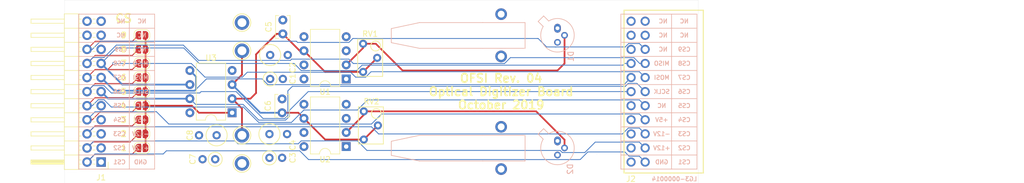
<source format=kicad_pcb>
(kicad_pcb (version 20171130) (host pcbnew "(5.1.2)-1")
  (layers (0 F.Cu signal hide) (1 In1.Cu power hide) (2 In2.Cu power hide) (31 B.Cu signal hide) (34 B.Paste user) (35 F.Paste user) (36 B.SilkS user) (37 F.SilkS user) (38 B.Mask user) (39 F.Mask user hide) (44 Edge.Cuts user))
  (net 0 "")
  (net 1 +5V)
  (net 2 GND)
  (net 3 "Net-(C5-Pad1)")
  (net 4 "Net-(C6-Pad1)")
  (net 5 "Net-(D1-Pad2)")
  (net 6 "Net-(D2-Pad2)")
  (net 7 CS9)
  (net 8 CS8)
  (net 9 MISO)
  (net 10 CS7)
  (net 11 MOSI)
  (net 12 CS6)
  (net 13 SCLK)
  (net 14 CS5)
  (net 15 CS4)
  (net 16 CS3)
  (net 17 -12V)
  (net 18 CS2)
  (net 19 +12V)
  (net 20 CS1)
  (net 21 CS)
  (module lib_fp:2.54x4.32CAP (layer F.Cu) (at 113.284 133.604 270)
    (fp_text reference C1 (at 0 -4.064 90) (layer F.SilkS))
    (fp_text value 0.1uF)
    (pad 2 thru_hole circle (at 0 -2.286 270) (size 1.485 1.485) (drill 0.785) (layers *.Cu *.Mask) (net 1 +5V))
    (pad 1 thru_hole circle (at 0 0 270) (size 1.485 1.485) (drill 0.785) (layers *.Cu *.Mask) (net 2 GND))
  )
  (module lib_fp:3.81x10.16CAP (layer F.Cu) (at 113.284 129.286 270)
    (fp_text reference C2 (at 2.286 -4.064 90) (layer F.SilkS))
    (fp_text value 1uF)
    (pad 1 thru_hole circle (at 0 0 270) (size 1.485 1.485) (drill 0.785) (layers *.Cu *.Mask) (net 2 GND))
    (pad 2 thru_hole circle (at 0 -3.175 270) (size 1.485 1.485) (drill 0.785) (layers *.Cu *.Mask) (net 1 +5V))
  )
  (module lib_fp:2.54x4.32CAP (layer F.Cu) (at 113.157 147.828 270)
    (fp_text reference C3 (at 0 -4.191 270) (layer F.SilkS))
    (fp_text value 0.1uF)
    (pad 1 thru_hole circle (at 0 0 270) (size 1.485 1.485) (drill 0.785) (layers *.Cu *.Mask) (net 2 GND))
    (pad 2 thru_hole circle (at 0 -2.286 270) (size 1.485 1.485) (drill 0.785) (layers *.Cu *.Mask) (net 1 +5V))
  )
  (module lib_fp:3.81x10.16CAP (layer F.Cu) (at 113.157 143.546001 270)
    (fp_text reference C4 (at 1.995999 -4.191 90) (layer F.SilkS))
    (fp_text value 1uF)
    (pad 2 thru_hole circle (at 0 -3.175 270) (size 1.485 1.485) (drill 0.785) (layers *.Cu *.Mask) (net 1 +5V))
    (pad 1 thru_hole circle (at 0 0 270) (size 1.485 1.485) (drill 0.785) (layers *.Cu *.Mask) (net 2 GND))
  )
  (module Capacitors_THT:C_Rect_L4.0mm_W2.5mm_P2.50mm (layer F.Cu) (at 115.57 125.476 90)
    (fp_text reference C5 (at 1.25 -2.56 90) (layer F.SilkS))
    (fp_text value 1pF)
    (pad 1 thru_hole circle (at 0 0 90) (size 1.6 1.6) (drill 0.8) (layers *.Cu *.Mask) (net 3 "Net-(C5-Pad1)"))
    (pad 2 thru_hole circle (at 2.5 0 90) (size 1.6 1.6) (drill 0.8) (layers *.Cu *.Mask) (net 2 GND))
  )
  (module Capacitors_THT:C_Rect_L4.0mm_W2.5mm_P2.50mm (layer F.Cu) (at 115.443 139.7 90)
    (fp_text reference C6 (at 1.25 -2.56 90) (layer F.SilkS))
    (fp_text value 1pF)
    (pad 2 thru_hole circle (at 2.5 0 90) (size 1.6 1.6) (drill 0.8) (layers *.Cu *.Mask) (net 2 GND))
    (pad 1 thru_hole circle (at 0 0 90) (size 1.6 1.6) (drill 0.8) (layers *.Cu *.Mask) (net 4 "Net-(C6-Pad1)"))
  )
  (module lib_fp:2.54x4.32CAP (layer F.Cu) (at 103.378 148.082 90)
    (fp_text reference C7 (at 0 -4.064 90) (layer F.SilkS))
    (fp_text value 0.1uF)
    (pad 1 thru_hole circle (at 0 0 90) (size 1.485 1.485) (drill 0.785) (layers *.Cu *.Mask) (net 2 GND))
    (pad 2 thru_hole circle (at 0 -2.286 90) (size 1.485 1.485) (drill 0.785) (layers *.Cu *.Mask) (net 1 +5V))
  )
  (module lib_fp:3.81x10.16CAP (layer F.Cu) (at 103.632 143.764 90)
    (fp_text reference C8 (at 0 -4.826 90) (layer F.SilkS))
    (fp_text value 1uF)
    (pad 1 thru_hole circle (at 0 0 90) (size 1.485 1.485) (drill 0.785) (layers *.Cu *.Mask) (net 2 GND))
    (pad 2 thru_hole circle (at 0 -3.175 90) (size 1.485 1.485) (drill 0.785) (layers *.Cu *.Mask) (net 1 +5V))
  )
  (module lib_fp:PhotoDiode (layer B.Cu) (at 165.1 124.46 270)
    (fp_text reference D1 (at 5.08 -2.413 270) (layer B.SilkS) (effects (justify mirror)))
    (fp_text value PhotoDiode)
    (pad 3 thru_hole oval (at 2.54 0 270) (size 1.2 1.2) (drill 0.7) (layers *.Cu *.Mask) (net 2 GND))
    (pad 2 thru_hole oval (at 1.27 -1.27 270) (size 1.2 1.2) (drill 0.7) (layers *.Cu *.Mask) (net 5 "Net-(D1-Pad2)"))
    (pad 1 thru_hole oval (at 0 0 270) (size 1.6 1.2) (drill 0.7) (layers *.Cu *.Mask) (net 2 GND))
    (pad 4 thru_hole circle (at -2.54 10.16 270) (size 2.1 2.1) (drill 1.25) (layers *.Cu *.Mask) (net 2 GND))
    (pad 5 thru_hole circle (at 5.08 10.16 270) (size 2.1 2.1) (drill 1.25) (layers *.Cu *.Mask) (net 2 GND))
  )
  (module lib_fp:PhotoDiode (layer B.Cu) (at 165.1 144.78 270)
    (fp_text reference D2 (at 5.08 -2.286 90) (layer B.SilkS) (effects (justify mirror)))
    (fp_text value PhotoDiode)
    (pad 5 thru_hole circle (at 5.08 10.16 270) (size 2.1 2.1) (drill 1.25) (layers *.Cu *.Mask) (net 2 GND))
    (pad 4 thru_hole circle (at -2.54 10.16 270) (size 2.1 2.1) (drill 1.25) (layers *.Cu *.Mask) (net 2 GND))
    (pad 1 thru_hole oval (at 0 0 270) (size 1.6 1.2) (drill 0.7) (layers *.Cu *.Mask) (net 2 GND))
    (pad 2 thru_hole oval (at 1.27 -1.27 270) (size 1.2 1.2) (drill 0.7) (layers *.Cu *.Mask) (net 6 "Net-(D2-Pad2)"))
    (pad 3 thru_hole oval (at 2.54 0 270) (size 1.2 1.2) (drill 0.7) (layers *.Cu *.Mask) (net 2 GND))
  )
  (module Mounting_Holes:MountingHole_3.2mm_M3_DIN965 (layer F.Cu) (at 95.25 123.19)
    (fp_text reference H1 hide)
    (fp_text value MountingHole)
    (pad 1 np_thru_hole circle (at 0 0) (size 3.2 3.2) (drill 3.2) (layers *.Cu *.Mask))
  )
  (module Mounting_Holes:MountingHole_3.2mm_M3_DIN965 (layer F.Cu) (at 171.45 123.19)
    (fp_text reference H2 hide)
    (fp_text value MountingHole)
    (pad 1 np_thru_hole circle (at 0 0) (size 3.2 3.2) (drill 3.2) (layers *.Cu *.Mask))
  )
  (module Mounting_Holes:MountingHole_3.2mm_M3_DIN965 (layer F.Cu) (at 171.45 148.59)
    (fp_text reference H3 hide)
    (fp_text value MountingHole)
    (pad 1 np_thru_hole circle (at 0 0) (size 3.2 3.2) (drill 3.2) (layers *.Cu *.Mask))
  )
  (module Mounting_Holes:MountingHole_3.2mm_M3_DIN965 (layer F.Cu) (at 95.25 148.59)
    (fp_text reference H4 hide)
    (fp_text value MountingHole)
    (pad 1 np_thru_hole circle (at 0 0) (size 3.2 3.2) (drill 3.2) (layers *.Cu *.Mask))
  )
  (module Pin_Headers:Pin_Header_Angled_2x11_Pitch2.54mm (layer F.Cu) (at 82.804 148.59 180)
    (fp_text reference J1 (at 0 -2.794) (layer F.SilkS))
    (fp_text value "Female Input Connector")
    (pad 22 thru_hole oval (at 2.54 25.4 180) (size 1.7 1.7) (drill 1) (layers *.Cu *.Mask))
    (pad 21 thru_hole oval (at 0 25.4 180) (size 1.7 1.7) (drill 1) (layers *.Cu *.Mask))
    (pad 20 thru_hole oval (at 2.54 22.86 180) (size 1.7 1.7) (drill 1) (layers *.Cu *.Mask))
    (pad 19 thru_hole oval (at 0 22.86 180) (size 1.7 1.7) (drill 1) (layers *.Cu *.Mask))
    (pad 18 thru_hole oval (at 2.54 20.32 180) (size 1.7 1.7) (drill 1) (layers *.Cu *.Mask) (net 7 CS9))
    (pad 17 thru_hole oval (at 0 20.32 180) (size 1.7 1.7) (drill 1) (layers *.Cu *.Mask))
    (pad 16 thru_hole oval (at 2.54 17.78 180) (size 1.7 1.7) (drill 1) (layers *.Cu *.Mask) (net 8 CS8))
    (pad 15 thru_hole oval (at 0 17.78 180) (size 1.7 1.7) (drill 1) (layers *.Cu *.Mask) (net 9 MISO))
    (pad 14 thru_hole oval (at 2.54 15.24 180) (size 1.7 1.7) (drill 1) (layers *.Cu *.Mask) (net 10 CS7))
    (pad 13 thru_hole oval (at 0 15.24 180) (size 1.7 1.7) (drill 1) (layers *.Cu *.Mask) (net 11 MOSI))
    (pad 12 thru_hole oval (at 2.54 12.7 180) (size 1.7 1.7) (drill 1) (layers *.Cu *.Mask) (net 12 CS6))
    (pad 11 thru_hole oval (at 0 12.7 180) (size 1.7 1.7) (drill 1) (layers *.Cu *.Mask) (net 13 SCLK))
    (pad 10 thru_hole oval (at 2.54 10.16 180) (size 1.7 1.7) (drill 1) (layers *.Cu *.Mask) (net 14 CS5))
    (pad 9 thru_hole oval (at 0 10.16 180) (size 1.7 1.7) (drill 1) (layers *.Cu *.Mask))
    (pad 8 thru_hole oval (at 2.54 7.62 180) (size 1.7 1.7) (drill 1) (layers *.Cu *.Mask) (net 15 CS4))
    (pad 7 thru_hole oval (at 0 7.62 180) (size 1.7 1.7) (drill 1) (layers *.Cu *.Mask) (net 1 +5V))
    (pad 6 thru_hole oval (at 2.54 5.08 180) (size 1.7 1.7) (drill 1) (layers *.Cu *.Mask) (net 16 CS3))
    (pad 5 thru_hole oval (at 0 5.08 180) (size 1.7 1.7) (drill 1) (layers *.Cu *.Mask) (net 17 -12V))
    (pad 4 thru_hole oval (at 2.54 2.54 180) (size 1.7 1.7) (drill 1) (layers *.Cu *.Mask) (net 18 CS2))
    (pad 3 thru_hole oval (at 0 2.54 180) (size 1.7 1.7) (drill 1) (layers *.Cu *.Mask) (net 19 +12V))
    (pad 2 thru_hole oval (at 2.54 0 180) (size 1.7 1.7) (drill 1) (layers *.Cu *.Mask) (net 20 CS1))
    (pad 1 thru_hole rect (at 0 0 180) (size 1.7 1.7) (drill 1) (layers *.Cu *.Mask) (net 2 GND))
  )
  (module lib_fp:SolderJumper-2_P1.3mm_Open_RoundedPad1.0x1.5mm (layer F.Cu) (at 90.17 146.05 180)
    (fp_text reference JP1 hide)
    (fp_text value "Select CS")
    (pad 2 smd custom (at 0.65 0 180) (size 1 0.5) (layers F.Cu F.Mask) (net 20 CS1) (options (clearance outline) (anchor rect)) (primitives (gr_circle (center 0 0.25) (end 0.5 0.25) (width 0)) (gr_circle (center 0 -0.25) (end 0.5 -0.25) (width 0)) (gr_poly (pts (xy 0 -0.75) (xy -0.5 -0.75) (xy -0.5 0.75) (xy 0 0.75)) (width 0))))
    (pad 1 smd custom (at -0.65 0 180) (size 1 0.5) (layers F.Cu F.Mask) (net 21 CS) (options (clearance outline) (anchor rect)) (primitives (gr_circle (center 0 0.25) (end 0.5 0.25) (width 0)) (gr_circle (center 0 -0.25) (end 0.5 -0.25) (width 0)) (gr_poly (pts (xy 0 -0.75) (xy 0.5 -0.75) (xy 0.5 0.75) (xy 0 0.75)) (width 0))))
  )
  (module lib_fp:SolderJumper-2_P1.3mm_Open_RoundedPad1.0x1.5mm (layer F.Cu) (at 90.17 143.51 180)
    (fp_text reference JP2 hide)
    (fp_text value "Select CS")
    (pad 1 smd custom (at -0.65 0 180) (size 1 0.5) (layers F.Cu F.Mask) (net 21 CS) (options (clearance outline) (anchor rect)) (primitives (gr_circle (center 0 0.25) (end 0.5 0.25) (width 0)) (gr_circle (center 0 -0.25) (end 0.5 -0.25) (width 0)) (gr_poly (pts (xy 0 -0.75) (xy 0.5 -0.75) (xy 0.5 0.75) (xy 0 0.75)) (width 0))))
    (pad 2 smd custom (at 0.65 0 180) (size 1 0.5) (layers F.Cu F.Mask) (net 18 CS2) (options (clearance outline) (anchor rect)) (primitives (gr_circle (center 0 0.25) (end 0.5 0.25) (width 0)) (gr_circle (center 0 -0.25) (end 0.5 -0.25) (width 0)) (gr_poly (pts (xy 0 -0.75) (xy -0.5 -0.75) (xy -0.5 0.75) (xy 0 0.75)) (width 0))))
  )
  (module lib_fp:SolderJumper-2_P1.3mm_Open_RoundedPad1.0x1.5mm (layer F.Cu) (at 90.17 140.97 180)
    (fp_text reference JP3 hide)
    (fp_text value "Select CS")
    (pad 2 smd custom (at 0.65 0 180) (size 1 0.5) (layers F.Cu F.Mask) (net 16 CS3) (options (clearance outline) (anchor rect)) (primitives (gr_circle (center 0 0.25) (end 0.5 0.25) (width 0)) (gr_circle (center 0 -0.25) (end 0.5 -0.25) (width 0)) (gr_poly (pts (xy 0 -0.75) (xy -0.5 -0.75) (xy -0.5 0.75) (xy 0 0.75)) (width 0))))
    (pad 1 smd custom (at -0.65 0 180) (size 1 0.5) (layers F.Cu F.Mask) (net 21 CS) (options (clearance outline) (anchor rect)) (primitives (gr_circle (center 0 0.25) (end 0.5 0.25) (width 0)) (gr_circle (center 0 -0.25) (end 0.5 -0.25) (width 0)) (gr_poly (pts (xy 0 -0.75) (xy 0.5 -0.75) (xy 0.5 0.75) (xy 0 0.75)) (width 0))))
  )
  (module lib_fp:SolderJumper-2_P1.3mm_Open_RoundedPad1.0x1.5mm (layer F.Cu) (at 90.17 138.43 180)
    (fp_text reference JP4 hide)
    (fp_text value "Select CS")
    (pad 1 smd custom (at -0.65 0 180) (size 1 0.5) (layers F.Cu F.Mask) (net 21 CS) (options (clearance outline) (anchor rect)) (primitives (gr_circle (center 0 0.25) (end 0.5 0.25) (width 0)) (gr_circle (center 0 -0.25) (end 0.5 -0.25) (width 0)) (gr_poly (pts (xy 0 -0.75) (xy 0.5 -0.75) (xy 0.5 0.75) (xy 0 0.75)) (width 0))))
    (pad 2 smd custom (at 0.65 0 180) (size 1 0.5) (layers F.Cu F.Mask) (net 15 CS4) (options (clearance outline) (anchor rect)) (primitives (gr_circle (center 0 0.25) (end 0.5 0.25) (width 0)) (gr_circle (center 0 -0.25) (end 0.5 -0.25) (width 0)) (gr_poly (pts (xy 0 -0.75) (xy -0.5 -0.75) (xy -0.5 0.75) (xy 0 0.75)) (width 0))))
  )
  (module lib_fp:SolderJumper-2_P1.3mm_Open_RoundedPad1.0x1.5mm (layer F.Cu) (at 90.17 135.89 180)
    (fp_text reference JP5 hide)
    (fp_text value "Select CS")
    (pad 2 smd custom (at 0.65 0 180) (size 1 0.5) (layers F.Cu F.Mask) (net 14 CS5) (options (clearance outline) (anchor rect)) (primitives (gr_circle (center 0 0.25) (end 0.5 0.25) (width 0)) (gr_circle (center 0 -0.25) (end 0.5 -0.25) (width 0)) (gr_poly (pts (xy 0 -0.75) (xy -0.5 -0.75) (xy -0.5 0.75) (xy 0 0.75)) (width 0))))
    (pad 1 smd custom (at -0.65 0 180) (size 1 0.5) (layers F.Cu F.Mask) (net 21 CS) (options (clearance outline) (anchor rect)) (primitives (gr_circle (center 0 0.25) (end 0.5 0.25) (width 0)) (gr_circle (center 0 -0.25) (end 0.5 -0.25) (width 0)) (gr_poly (pts (xy 0 -0.75) (xy 0.5 -0.75) (xy 0.5 0.75) (xy 0 0.75)) (width 0))))
  )
  (module lib_fp:SolderJumper-2_P1.3mm_Open_RoundedPad1.0x1.5mm (layer F.Cu) (at 90.17 133.35 180)
    (fp_text reference JP6 hide)
    (fp_text value "Select CS")
    (pad 1 smd custom (at -0.65 0 180) (size 1 0.5) (layers F.Cu F.Mask) (net 21 CS) (options (clearance outline) (anchor rect)) (primitives (gr_circle (center 0 0.25) (end 0.5 0.25) (width 0)) (gr_circle (center 0 -0.25) (end 0.5 -0.25) (width 0)) (gr_poly (pts (xy 0 -0.75) (xy 0.5 -0.75) (xy 0.5 0.75) (xy 0 0.75)) (width 0))))
    (pad 2 smd custom (at 0.65 0 180) (size 1 0.5) (layers F.Cu F.Mask) (net 12 CS6) (options (clearance outline) (anchor rect)) (primitives (gr_circle (center 0 0.25) (end 0.5 0.25) (width 0)) (gr_circle (center 0 -0.25) (end 0.5 -0.25) (width 0)) (gr_poly (pts (xy 0 -0.75) (xy -0.5 -0.75) (xy -0.5 0.75) (xy 0 0.75)) (width 0))))
  )
  (module lib_fp:SolderJumper-2_P1.3mm_Open_RoundedPad1.0x1.5mm (layer F.Cu) (at 90.17 130.81 180)
    (fp_text reference JP7 hide)
    (fp_text value "Select CS")
    (pad 2 smd custom (at 0.65 0 180) (size 1 0.5) (layers F.Cu F.Mask) (net 10 CS7) (options (clearance outline) (anchor rect)) (primitives (gr_circle (center 0 0.25) (end 0.5 0.25) (width 0)) (gr_circle (center 0 -0.25) (end 0.5 -0.25) (width 0)) (gr_poly (pts (xy 0 -0.75) (xy -0.5 -0.75) (xy -0.5 0.75) (xy 0 0.75)) (width 0))))
    (pad 1 smd custom (at -0.65 0 180) (size 1 0.5) (layers F.Cu F.Mask) (net 21 CS) (options (clearance outline) (anchor rect)) (primitives (gr_circle (center 0 0.25) (end 0.5 0.25) (width 0)) (gr_circle (center 0 -0.25) (end 0.5 -0.25) (width 0)) (gr_poly (pts (xy 0 -0.75) (xy 0.5 -0.75) (xy 0.5 0.75) (xy 0 0.75)) (width 0))))
  )
  (module lib_fp:SolderJumper-2_P1.3mm_Open_RoundedPad1.0x1.5mm (layer F.Cu) (at 90.17 128.27 180)
    (fp_text reference JP8 hide)
    (fp_text value "Select CS")
    (pad 1 smd custom (at -0.65 0 180) (size 1 0.5) (layers F.Cu F.Mask) (net 21 CS) (options (clearance outline) (anchor rect)) (primitives (gr_circle (center 0 0.25) (end 0.5 0.25) (width 0)) (gr_circle (center 0 -0.25) (end 0.5 -0.25) (width 0)) (gr_poly (pts (xy 0 -0.75) (xy 0.5 -0.75) (xy 0.5 0.75) (xy 0 0.75)) (width 0))))
    (pad 2 smd custom (at 0.65 0 180) (size 1 0.5) (layers F.Cu F.Mask) (net 8 CS8) (options (clearance outline) (anchor rect)) (primitives (gr_circle (center 0 0.25) (end 0.5 0.25) (width 0)) (gr_circle (center 0 -0.25) (end 0.5 -0.25) (width 0)) (gr_poly (pts (xy 0 -0.75) (xy -0.5 -0.75) (xy -0.5 0.75) (xy 0 0.75)) (width 0))))
  )
  (module lib_fp:SolderJumper-2_P1.3mm_Open_RoundedPad1.0x1.5mm (layer F.Cu) (at 90.17 125.73 180)
    (fp_text reference JP9 hide)
    (fp_text value "Select CS")
    (pad 2 smd custom (at 0.65 0 180) (size 1 0.5) (layers F.Cu F.Mask) (net 7 CS9) (options (clearance outline) (anchor rect)) (primitives (gr_circle (center 0 0.25) (end 0.5 0.25) (width 0)) (gr_circle (center 0 -0.25) (end 0.5 -0.25) (width 0)) (gr_poly (pts (xy 0 -0.75) (xy -0.5 -0.75) (xy -0.5 0.75) (xy 0 0.75)) (width 0))))
    (pad 1 smd custom (at -0.65 0 180) (size 1 0.5) (layers F.Cu F.Mask) (net 21 CS) (options (clearance outline) (anchor rect)) (primitives (gr_circle (center 0 0.25) (end 0.5 0.25) (width 0)) (gr_circle (center 0 -0.25) (end 0.5 -0.25) (width 0)) (gr_poly (pts (xy 0 -0.75) (xy 0.5 -0.75) (xy 0.5 0.75) (xy 0 0.75)) (width 0))))
  )
  (module lib_fp:3266W (layer F.Cu) (at 131.318 129.794 270)
    (fp_text reference RV1 (at -4.318 0 180) (layer F.SilkS))
    (fp_text value 100k)
    (pad 1 thru_hole circle (at -2.54 1.27 270) (size 1.44 1.44) (drill 0.74) (layers *.Cu *.Mask) (net 5 "Net-(D1-Pad2)"))
    (pad 2 thru_hole circle (at 0 -1.27 270) (size 1.44 1.44) (drill 0.74) (layers *.Cu *.Mask) (net 3 "Net-(C5-Pad1)"))
    (pad 3 thru_hole circle (at 2.54 1.27 270) (size 1.44 1.44) (drill 0.74) (layers *.Cu *.Mask) (net 3 "Net-(C5-Pad1)"))
  )
  (module lib_fp:3266W (layer F.Cu) (at 131.445 141.986 270)
    (fp_text reference RV2 (at -4.318 -0.127 180) (layer F.SilkS))
    (fp_text value 100k)
    (pad 3 thru_hole circle (at 2.54 1.27 270) (size 1.44 1.44) (drill 0.74) (layers *.Cu *.Mask) (net 4 "Net-(C6-Pad1)"))
    (pad 2 thru_hole circle (at 0 -1.27 270) (size 1.44 1.44) (drill 0.74) (layers *.Cu *.Mask) (net 4 "Net-(C6-Pad1)"))
    (pad 1 thru_hole circle (at -2.54 1.27 270) (size 1.44 1.44) (drill 0.74) (layers *.Cu *.Mask) (net 6 "Net-(D2-Pad2)"))
  )
  (module lib_fp:5006_TestPoint (layer F.Cu) (at 108.204 123.444 270)
    (fp_text reference TP1 hide)
    (fp_text value TestPoint)
    (pad 1 thru_hole circle (at 0 0 270) (size 2.6 2.6) (drill 1.6) (layers *.Cu *.Mask) (net 1 +5V))
  )
  (module lib_fp:5006_TestPoint (layer F.Cu) (at 108.204 148.844 270)
    (fp_text reference TP2 hide)
    (fp_text value TestPoint)
    (pad 1 thru_hole circle (at 0 0 270) (size 2.6 2.6) (drill 1.6) (layers *.Cu *.Mask) (net 2 GND))
  )
  (module lib_fp:5006_TestPoint (layer F.Cu) (at 108.204 143.764 270)
    (fp_text reference TP3 hide)
    (fp_text value TestPoint)
    (pad 1 thru_hole circle (at 0 0 270) (size 2.6 2.6) (drill 1.6) (layers *.Cu *.Mask) (net 3 "Net-(C5-Pad1)"))
  )
  (module lib_fp:5006_TestPoint (layer F.Cu) (at 108.204 128.524 270)
    (fp_text reference TP4 hide)
    (fp_text value TestPoint)
    (pad 1 thru_hole circle (at 0 0 270) (size 2.6 2.6) (drill 1.6) (layers *.Cu *.Mask) (net 4 "Net-(C6-Pad1)"))
  )
  (module Housings_DIP:DIP-8_W7.62mm (layer F.Cu) (at 127 133.604 180)
    (fp_text reference U1 (at 3.81 -2.33) (layer F.SilkS))
    (fp_text value OPA350)
    (pad 8 thru_hole oval (at 7.62 0 180) (size 1.6 1.6) (drill 0.8) (layers *.Cu *.Mask))
    (pad 4 thru_hole oval (at 0 7.62 180) (size 1.6 1.6) (drill 0.8) (layers *.Cu *.Mask) (net 2 GND))
    (pad 7 thru_hole oval (at 7.62 2.54 180) (size 1.6 1.6) (drill 0.8) (layers *.Cu *.Mask) (net 1 +5V))
    (pad 3 thru_hole oval (at 0 5.08 180) (size 1.6 1.6) (drill 0.8) (layers *.Cu *.Mask) (net 2 GND))
    (pad 6 thru_hole oval (at 7.62 5.08 180) (size 1.6 1.6) (drill 0.8) (layers *.Cu *.Mask) (net 3 "Net-(C5-Pad1)"))
    (pad 2 thru_hole oval (at 0 2.54 180) (size 1.6 1.6) (drill 0.8) (layers *.Cu *.Mask) (net 5 "Net-(D1-Pad2)"))
    (pad 5 thru_hole oval (at 7.62 7.62 180) (size 1.6 1.6) (drill 0.8) (layers *.Cu *.Mask))
    (pad 1 thru_hole rect (at 0 0 180) (size 1.6 1.6) (drill 0.8) (layers *.Cu *.Mask))
  )
  (module Housings_DIP:DIP-8_W7.62mm (layer F.Cu) (at 127 145.796 180)
    (fp_text reference U2 (at 3.81 -2.33) (layer F.SilkS))
    (fp_text value OPA350)
    (pad 1 thru_hole rect (at 0 0 180) (size 1.6 1.6) (drill 0.8) (layers *.Cu *.Mask))
    (pad 5 thru_hole oval (at 7.62 7.62 180) (size 1.6 1.6) (drill 0.8) (layers *.Cu *.Mask))
    (pad 2 thru_hole oval (at 0 2.54 180) (size 1.6 1.6) (drill 0.8) (layers *.Cu *.Mask) (net 6 "Net-(D2-Pad2)"))
    (pad 6 thru_hole oval (at 7.62 5.08 180) (size 1.6 1.6) (drill 0.8) (layers *.Cu *.Mask) (net 4 "Net-(C6-Pad1)"))
    (pad 3 thru_hole oval (at 0 5.08 180) (size 1.6 1.6) (drill 0.8) (layers *.Cu *.Mask) (net 2 GND))
    (pad 7 thru_hole oval (at 7.62 2.54 180) (size 1.6 1.6) (drill 0.8) (layers *.Cu *.Mask) (net 1 +5V))
    (pad 4 thru_hole oval (at 0 7.62 180) (size 1.6 1.6) (drill 0.8) (layers *.Cu *.Mask) (net 2 GND))
    (pad 8 thru_hole oval (at 7.62 0 180) (size 1.6 1.6) (drill 0.8) (layers *.Cu *.Mask))
  )
  (module Housings_DIP:DIP-8_W7.62mm (layer F.Cu) (at 106.426 139.7 180)
    (fp_text reference U3 (at 3.81 9.906) (layer F.SilkS))
    (fp_text value MCP3202)
    (pad 8 thru_hole oval (at 7.62 0 180) (size 1.6 1.6) (drill 0.8) (layers *.Cu *.Mask) (net 1 +5V))
    (pad 4 thru_hole oval (at 0 7.62 180) (size 1.6 1.6) (drill 0.8) (layers *.Cu *.Mask) (net 2 GND))
    (pad 7 thru_hole oval (at 7.62 2.54 180) (size 1.6 1.6) (drill 0.8) (layers *.Cu *.Mask) (net 13 SCLK))
    (pad 3 thru_hole oval (at 0 5.08 180) (size 1.6 1.6) (drill 0.8) (layers *.Cu *.Mask) (net 4 "Net-(C6-Pad1)"))
    (pad 6 thru_hole oval (at 7.62 5.08 180) (size 1.6 1.6) (drill 0.8) (layers *.Cu *.Mask) (net 9 MISO))
    (pad 2 thru_hole oval (at 0 2.54 180) (size 1.6 1.6) (drill 0.8) (layers *.Cu *.Mask) (net 3 "Net-(C5-Pad1)"))
    (pad 5 thru_hole oval (at 7.62 7.62 180) (size 1.6 1.6) (drill 0.8) (layers *.Cu *.Mask) (net 11 MOSI))
    (pad 1 thru_hole rect (at 0 0 180) (size 1.6 1.6) (drill 0.8) (layers *.Cu *.Mask) (net 21 CS))
  )
  (module lib_fp:SAMTEC-SSW-111-02-X-D-RA (layer F.Cu) (at 186.69 135.89 270)
    (fp_text reference J2 (at 15.748 8.3455 180) (layer F.SilkS) (effects (font (size 0.999998 0.999998) (thickness 0.14986))))
    (fp_text value "Male Output Connector" hide)
    (fp_text user 2.540 (at -19.266 7.176 90) (layer Edge.Cuts) (effects (font (thickness 0.05))))
    (fp_text user 8.509 (at -21.107 0.127 90) (layer Edge.Cuts) (effects (font (thickness 0.05))))
    (fp_text user 2.540 (at -15.329 10.795 90) (layer Edge.Cuts) (effects (font (thickness 0.05))))
    (fp_text user 25.400 (at -0.8 11.811 90) (layer Edge.Cuts) (effects (font (thickness 0.05))))
    (fp_text user 28.448 (at -0.8 8.446 90) (layer Edge.Cuts) (effects (font (thickness 0.05))))
    (pad 22 thru_hole circle (at -12.7 5.778 270) (size 1.64 1.64) (drill 1.04) (layers *.Cu *.Mask))
    (pad 21 thru_hole circle (at -12.7 8.318 270) (size 1.64 1.64) (drill 1.04) (layers *.Cu *.Mask))
    (pad 20 thru_hole circle (at -10.16 5.778 270) (size 1.64 1.64) (drill 1.04) (layers *.Cu *.Mask))
    (pad 19 thru_hole circle (at -10.16 8.318 270) (size 1.64 1.64) (drill 1.04) (layers *.Cu *.Mask))
    (pad 18 thru_hole circle (at -7.62 5.778 270) (size 1.64 1.64) (drill 1.04) (layers *.Cu *.Mask) (net 7 CS9))
    (pad 17 thru_hole circle (at -7.62 8.318 270) (size 1.64 1.64) (drill 1.04) (layers *.Cu *.Mask))
    (pad 16 thru_hole circle (at -5.08 5.778 270) (size 1.64 1.64) (drill 1.04) (layers *.Cu *.Mask) (net 8 CS8))
    (pad 15 thru_hole circle (at -5.08 8.318 270) (size 1.64 1.64) (drill 1.04) (layers *.Cu *.Mask) (net 9 MISO))
    (pad 14 thru_hole circle (at -2.54 5.778 270) (size 1.64 1.64) (drill 1.04) (layers *.Cu *.Mask) (net 10 CS7))
    (pad 13 thru_hole circle (at -2.54 8.318 270) (size 1.64 1.64) (drill 1.04) (layers *.Cu *.Mask) (net 11 MOSI))
    (pad 12 thru_hole circle (at 0 5.778 270) (size 1.64 1.64) (drill 1.04) (layers *.Cu *.Mask) (net 12 CS6))
    (pad 11 thru_hole circle (at 0 8.318 270) (size 1.64 1.64) (drill 1.04) (layers *.Cu *.Mask) (net 13 SCLK))
    (pad 10 thru_hole circle (at 2.54 5.778 270) (size 1.64 1.64) (drill 1.04) (layers *.Cu *.Mask) (net 14 CS5))
    (pad 9 thru_hole circle (at 2.54 8.318 270) (size 1.64 1.64) (drill 1.04) (layers *.Cu *.Mask))
    (pad 8 thru_hole circle (at 5.08 5.778 270) (size 1.64 1.64) (drill 1.04) (layers *.Cu *.Mask) (net 15 CS4))
    (pad 7 thru_hole circle (at 5.08 8.318 270) (size 1.64 1.64) (drill 1.04) (layers *.Cu *.Mask) (net 1 +5V))
    (pad 6 thru_hole circle (at 7.62 5.778 270) (size 1.64 1.64) (drill 1.04) (layers *.Cu *.Mask) (net 16 CS3))
    (pad 5 thru_hole circle (at 7.62 8.318 270) (size 1.64 1.64) (drill 1.04) (layers *.Cu *.Mask) (net 17 -12V))
    (pad 4 thru_hole circle (at 10.16 5.778 270) (size 1.64 1.64) (drill 1.04) (layers *.Cu *.Mask) (net 18 CS2))
    (pad 3 thru_hole circle (at 10.16 8.318 270) (size 1.64 1.64) (drill 1.04) (layers *.Cu *.Mask) (net 19 +12V))
    (pad 2 thru_hole circle (at 12.7 5.778 270) (size 1.64 1.64) (drill 1.04) (layers *.Cu *.Mask) (net 20 CS1))
    (pad 1 thru_hole circle (at 12.7 8.318 270) (size 1.64 1.64) (drill 1.04) (layers *.Cu *.Mask) (net 2 GND))
  )
  (gr_text NC (at 184.15 125.73) (layer B.SilkS) (effects (font (size 0.762 0.762) (thickness 0.14986)) (justify mirror)))
  (gr_text CS4 (at 187.96 140.97) (layer B.SilkS) (effects (font (size 0.762 0.762) (thickness 0.14986)) (justify mirror)))
  (gr_text NC (at 187.96 125.73) (layer B.SilkS) (effects (font (size 0.762 0.762) (thickness 0.14986)) (justify mirror)))
  (gr_text MOSI (at 183.896 133.35) (layer B.SilkS) (effects (font (size 0.762 0.762) (thickness 0.14986)) (justify mirror)))
  (gr_text NC (at 187.96 123.19) (layer B.SilkS) (effects (font (size 0.762 0.762) (thickness 0.14986)) (justify mirror)))
  (gr_text CS2 (at 187.96 146.05) (layer B.SilkS) (effects (font (size 0.762 0.762) (thickness 0.14986)) (justify mirror)))
  (gr_text NC (at 184.15 123.19) (layer B.SilkS) (effects (font (size 0.762 0.762) (thickness 0.14986)) (justify mirror)))
  (gr_text CS1 (at 187.96 148.59) (layer B.SilkS) (effects (font (size 0.762 0.762) (thickness 0.14986)) (justify mirror)))
  (gr_text CS8 (at 187.96 130.81) (layer B.SilkS) (effects (font (size 0.762 0.762) (thickness 0.14986)) (justify mirror)))
  (gr_text +12V (at 183.896 146.05) (layer B.SilkS) (effects (font (size 0.762 0.762) (thickness 0.14986)) (justify mirror)))
  (gr_text CS9 (at 187.96 128.27) (layer B.SilkS) (effects (font (size 0.762 0.762) (thickness 0.14986)) (justify mirror)))
  (gr_text GND (at 183.896 148.59) (layer B.SilkS) (effects (font (size 0.762 0.762) (thickness 0.14986)) (justify mirror)))
  (gr_text CS3 (at 187.96 143.51) (layer B.SilkS) (effects (font (size 0.762 0.762) (thickness 0.14986)) (justify mirror)))
  (gr_text SCLK (at 183.896 135.89) (layer B.SilkS) (effects (font (size 0.762 0.762) (thickness 0.14986)) (justify mirror)))
  (gr_text -12V (at 183.896 143.51) (layer B.SilkS) (effects (font (size 0.762 0.762) (thickness 0.14986)) (justify mirror)))
  (gr_text CS6 (at 187.96 135.89) (layer B.SilkS) (effects (font (size 0.762 0.762) (thickness 0.14986)) (justify mirror)))
  (gr_text +5V (at 183.896 140.97) (layer B.SilkS) (effects (font (size 0.762 0.762) (thickness 0.14986)) (justify mirror)))
  (gr_text NC (at 184.15 128.27) (layer B.SilkS) (effects (font (size 0.762 0.762) (thickness 0.14986)) (justify mirror)))
  (gr_text CS7 (at 187.96 133.35) (layer B.SilkS) (effects (font (size 0.762 0.762) (thickness 0.14986)) (justify mirror)))
  (gr_text NC (at 183.896 138.43) (layer B.SilkS) (effects (font (size 0.762 0.762) (thickness 0.14986)) (justify mirror)))
  (gr_text CS5 (at 187.96 138.43) (layer B.SilkS) (effects (font (size 0.762 0.762) (thickness 0.14986)) (justify mirror)))
  (gr_text MISO (at 183.896 130.81) (layer B.SilkS) (effects (font (size 0.762 0.762) (thickness 0.14986)) (justify mirror)))
  (gr_line (start 176.53 134.62) (end 190.246 134.62) (layer B.SilkS) (width 0.12))
  (gr_line (start 190.246 147.32) (end 176.53 147.32) (layer B.SilkS) (width 0.12))
  (gr_line (start 190.246 142.24) (end 176.53 142.24) (layer B.SilkS) (width 0.12))
  (gr_line (start 190.246 137.16) (end 176.53 137.16) (layer B.SilkS) (width 0.12))
  (gr_line (start 176.53 139.7) (end 190.246 139.7) (layer B.SilkS) (width 0.12))
  (gr_line (start 185.674 149.86) (end 185.674 121.92) (layer B.SilkS) (width 0.12))
  (gr_line (start 176.53 144.78) (end 190.246 144.78) (layer B.SilkS) (width 0.12))
  (gr_line (start 176.53 121.92) (end 190.246 121.92) (layer B.SilkS) (width 0.12))
  (gr_line (start 190.246 121.92) (end 190.246 149.86) (layer B.SilkS) (width 0.12))
  (gr_line (start 190.246 132.08) (end 176.53 132.08) (layer B.SilkS) (width 0.12))
  (gr_line (start 190.246 127) (end 176.53 127) (layer B.SilkS) (width 0.12))
  (gr_line (start 176.53 124.46) (end 190.246 124.46) (layer B.SilkS) (width 0.12))
  (gr_line (start 176.53 149.86) (end 176.53 121.92) (layer B.SilkS) (width 0.12))
  (gr_line (start 176.53 129.54) (end 190.246 129.54) (layer B.SilkS) (width 0.12))
  (gr_line (start 190.246 149.86) (end 176.53 149.86) (layer B.SilkS) (width 0.12))
  (gr_line (start 87.884 149.86) (end 87.884 121.92) (layer B.SilkS) (width 0.12))
  (gr_line (start 92.456 147.32) (end 78.74 147.32) (layer B.SilkS) (width 0.12))
  (gr_line (start 78.74 144.78) (end 92.456 144.78) (layer B.SilkS) (width 0.12))
  (gr_line (start 92.456 142.24) (end 78.74 142.24) (layer B.SilkS) (width 0.12))
  (gr_line (start 78.74 139.7) (end 92.456 139.7) (layer B.SilkS) (width 0.12))
  (gr_line (start 92.456 137.16) (end 78.74 137.16) (layer B.SilkS) (width 0.12))
  (gr_line (start 78.74 134.62) (end 92.456 134.62) (layer B.SilkS) (width 0.12))
  (gr_line (start 92.456 132.08) (end 78.74 132.08) (layer B.SilkS) (width 0.12))
  (gr_line (start 78.74 129.54) (end 92.456 129.54) (layer B.SilkS) (width 0.12))
  (gr_line (start 92.456 127) (end 78.74 127) (layer B.SilkS) (width 0.12))
  (gr_line (start 78.74 124.46) (end 92.456 124.46) (layer B.SilkS) (width 0.12))
  (gr_line (start 78.74 149.86) (end 78.74 121.92) (layer B.SilkS) (width 0.12))
  (gr_line (start 92.456 149.86) (end 78.74 149.86) (layer B.SilkS) (width 0.12))
  (gr_line (start 92.456 121.92) (end 92.456 149.86) (layer B.SilkS) (width 0.12))
  (gr_line (start 78.74 121.92) (end 92.456 121.92) (layer B.SilkS) (width 0.12))
  (gr_text CS1 (at 86.106 148.59) (layer B.SilkS) (effects (font (size 0.762 0.762) (thickness 0.14986)) (justify mirror)))
  (gr_text GND (at 89.916 148.59) (layer B.SilkS) (effects (font (size 0.762 0.762) (thickness 0.14986)) (justify mirror)))
  (gr_text CS2 (at 86.106 146.05) (layer B.SilkS) (effects (font (size 0.762 0.762) (thickness 0.14986)) (justify mirror)))
  (gr_text +12V (at 89.916 146.05) (layer B.SilkS) (effects (font (size 0.762 0.762) (thickness 0.14986)) (justify mirror)))
  (gr_text CS3 (at 86.106 143.51) (layer B.SilkS) (effects (font (size 0.762 0.762) (thickness 0.14986)) (justify mirror)))
  (gr_text -12V (at 89.916 143.51) (layer B.SilkS) (effects (font (size 0.762 0.762) (thickness 0.14986)) (justify mirror)))
  (gr_text +5V (at 89.916 140.97) (layer B.SilkS) (effects (font (size 0.762 0.762) (thickness 0.14986)) (justify mirror)))
  (gr_text CS4 (at 86.106 140.97) (layer B.SilkS) (effects (font (size 0.762 0.762) (thickness 0.14986)) (justify mirror)))
  (gr_text NC (at 89.916 138.43) (layer B.SilkS) (effects (font (size 0.762 0.762) (thickness 0.14986)) (justify mirror)))
  (gr_text CS5 (at 86.106 138.43) (layer B.SilkS) (effects (font (size 0.762 0.762) (thickness 0.14986)) (justify mirror)))
  (gr_text SCLK (at 89.916 135.89) (layer B.SilkS) (effects (font (size 0.762 0.762) (thickness 0.14986)) (justify mirror)))
  (gr_text CS6 (at 86.106 135.89) (layer B.SilkS) (effects (font (size 0.762 0.762) (thickness 0.14986)) (justify mirror)))
  (gr_text NC (at 86.36 123.19) (layer B.SilkS) (effects (font (size 0.762 0.762) (thickness 0.14986)) (justify mirror)))
  (gr_text NC (at 90.17 123.19) (layer B.SilkS) (effects (font (size 0.762 0.762) (thickness 0.14986)) (justify mirror)))
  (gr_text NC (at 86.36 125.73) (layer B.SilkS) (effects (font (size 0.762 0.762) (thickness 0.14986)) (justify mirror)))
  (gr_text NC (at 90.17 125.73) (layer B.SilkS) (effects (font (size 0.762 0.762) (thickness 0.14986)) (justify mirror)))
  (gr_text CS9 (at 86.36 128.27) (layer B.SilkS) (effects (font (size 0.762 0.762) (thickness 0.14986)) (justify mirror)))
  (gr_text NC (at 90.17 128.27) (layer B.SilkS) (effects (font (size 0.762 0.762) (thickness 0.14986)) (justify mirror)))
  (gr_text MOSI (at 89.916 133.35) (layer B.SilkS) (effects (font (size 0.762 0.762) (thickness 0.14986)) (justify mirror)))
  (gr_text CS7 (at 86.106 133.35) (layer B.SilkS) (effects (font (size 0.762 0.762) (thickness 0.14986)) (justify mirror)))
  (gr_text CS8 (at 86.106 130.81) (layer B.SilkS) (effects (font (size 0.762 0.762) (thickness 0.14986)) (justify mirror)))
  (gr_text MISO (at 89.916 130.81) (layer B.SilkS) (effects (font (size 0.762 0.762) (thickness 0.14986)) (justify mirror)))
  (gr_text LG3-0000014 (at 186.182 151.638) (layer B.SilkS) (effects (font (size 0.762 0.762) (thickness 0.14986)) (justify mirror)))
  (gr_text "OFSI Rev. 04\nOptical Digitizer Board\nOctober 2019" (at 154.94 135.89) (layer F.SilkS) (effects (font (size 1.5 1.5) (thickness 0.3))))
  (gr_text 1 (at 86.868 146.05) (layer F.SilkS) (effects (font (size 1.016 1.016) (thickness 0.254))))
  (gr_text 2 (at 86.868 143.51) (layer F.SilkS) (effects (font (size 1.016 1.016) (thickness 0.254))))
  (gr_text 3 (at 86.868 140.97) (layer F.SilkS) (effects (font (size 1.016 1.016) (thickness 0.254))))
  (gr_text 4 (at 86.868 138.43) (layer F.SilkS) (effects (font (size 1.016 1.016) (thickness 0.254))))
  (gr_text 5 (at 86.868 135.89) (layer F.SilkS) (effects (font (size 1.016 1.016) (thickness 0.254))))
  (gr_text 6 (at 86.868 133.35) (layer F.SilkS) (effects (font (size 1.016 1.016) (thickness 0.254))))
  (gr_text 7 (at 86.868 130.81) (layer F.SilkS) (effects (font (size 1.016 1.016) (thickness 0.254))))
  (gr_text 8 (at 86.868 128.27) (layer F.SilkS) (effects (font (size 1.016 1.016) (thickness 0.254))))
  (gr_text 9 (at 86.868 125.73) (layer F.SilkS) (effects (font (size 1.016 1.016) (thickness 0.254))))
  (gr_text CS (at 86.868 122.682) (layer F.SilkS) (effects (font (size 1.5 1.5) (thickness 0.3))))
  (gr_line (start 190.5 152.4) (end 76.2 152.4) (layer Edge.Cuts) (width 0.0254))
  (gr_line (start 190.5 119.38) (end 190.5 152.4) (layer Edge.Cuts) (width 0.0254))
  (gr_line (start 76.2 119.38) (end 190.5 119.38) (layer Edge.Cuts) (width 0.0254))
  (gr_line (start 76.2 152.4) (end 76.2 119.38) (layer Edge.Cuts) (width 0.0254))
  (segment (start 132.588 129.794) (end 130.048 132.334) (width 0.3048) (layer F.Cu) (net 3))
  (segment (start 123.19 132.334) (end 119.38 128.524) (width 0.3048) (layer F.Cu) (net 3))
  (segment (start 130.048 132.334) (end 123.19 132.334) (width 0.3048) (layer F.Cu) (net 3))
  (segment (start 118.618 128.524) (end 119.38 128.524) (width 0.3048) (layer F.Cu) (net 3))
  (segment (start 115.57 125.476) (end 118.618 128.524) (width 0.3048) (layer F.Cu) (net 3))
  (segment (start 114.43863 125.476) (end 110.744 129.17063) (width 0.3048) (layer F.Cu) (net 3))
  (segment (start 115.57 125.476) (end 114.43863 125.476) (width 0.3048) (layer F.Cu) (net 3))
  (segment (start 110.744 129.17063) (end 110.744 136.144) (width 0.3048) (layer F.Cu) (net 3))
  (segment (start 109.728 137.16) (end 106.426 137.16) (width 0.3048) (layer F.Cu) (net 3))
  (segment (start 110.744 136.144) (end 109.728 137.16) (width 0.3048) (layer F.Cu) (net 3))
  (segment (start 108.204 138.938) (end 106.426 137.16) (width 0.3048) (layer F.Cu) (net 3))
  (segment (start 108.204 143.764) (end 108.204 138.938) (width 0.3048) (layer F.Cu) (net 3))
  (segment (start 132.715 141.986) (end 130.175 144.526) (width 0.3048) (layer F.Cu) (net 4))
  (segment (start 123.19 144.526) (end 119.38 140.716) (width 0.3048) (layer F.Cu) (net 4))
  (segment (start 130.175 144.526) (end 123.19 144.526) (width 0.3048) (layer F.Cu) (net 4))
  (segment (start 118.364 139.7) (end 119.38 140.716) (width 0.3048) (layer F.Cu) (net 4))
  (segment (start 115.443 139.7) (end 118.364 139.7) (width 0.3048) (layer F.Cu) (net 4))
  (segment (start 111.506 139.7) (end 106.426 134.62) (width 0.3048) (layer B.Cu) (net 4))
  (segment (start 115.443 139.7) (end 111.506 139.7) (width 0.3048) (layer B.Cu) (net 4))
  (segment (start 108.204 132.842) (end 106.426 134.62) (width 0.3048) (layer F.Cu) (net 4))
  (segment (start 108.204 128.524) (end 108.204 132.842) (width 0.3048) (layer F.Cu) (net 4))
  (segment (start 130.048 128.016) (end 130.048 127.254) (width 0.3048) (layer F.Cu) (net 5))
  (segment (start 127 131.064) (end 130.048 128.016) (width 0.3048) (layer F.Cu) (net 5))
  (segment (start 166.37 125.73) (end 166.37 130.81) (width 0.3048) (layer F.Cu) (net 5))
  (segment (start 166.37 130.81) (end 165.1 132.08) (width 0.3048) (layer F.Cu) (net 5))
  (segment (start 165.1 132.08) (end 137.16 132.08) (width 0.3048) (layer F.Cu) (net 5))
  (segment (start 132.334 127.254) (end 130.048 127.254) (width 0.3048) (layer F.Cu) (net 5))
  (segment (start 137.16 132.08) (end 132.334 127.254) (width 0.3048) (layer F.Cu) (net 5))
  (segment (start 130.175 140.081) (end 130.175 139.446) (width 0.3048) (layer F.Cu) (net 6))
  (segment (start 127 143.256) (end 130.175 140.081) (width 0.3048) (layer F.Cu) (net 6))
  (segment (start 131.193233 139.446) (end 130.175 139.446) (width 0.3048) (layer F.Cu) (net 6))
  (segment (start 161.245594 139.446) (end 131.193233 139.446) (width 0.3048) (layer F.Cu) (net 6))
  (segment (start 166.37 144.570406) (end 161.245594 139.446) (width 0.3048) (layer F.Cu) (net 6))
  (segment (start 166.37 146.05) (end 166.37 144.570406) (width 0.3048) (layer F.Cu) (net 6))
  (segment (start 88.995226 126.254774) (end 89.52 125.73) (width 0.1524) (layer F.Cu) (net 7))
  (segment (start 88.441399 126.808601) (end 88.995226 126.254774) (width 0.1524) (layer F.Cu) (net 7))
  (segment (start 81.725399 126.808601) (end 88.441399 126.808601) (width 0.1524) (layer F.Cu) (net 7))
  (segment (start 80.264 128.27) (end 81.725399 126.808601) (width 0.1524) (layer F.Cu) (net 7))
  (segment (start 180.092001 127.450001) (end 180.912 128.27) (width 0.1524) (layer B.Cu) (net 7))
  (segment (start 179.863399 127.221399) (end 180.092001 127.450001) (width 0.1524) (layer B.Cu) (net 7))
  (segment (start 177.323399 127.828601) (end 177.930601 127.221399) (width 0.1524) (layer B.Cu) (net 7))
  (segment (start 164.702271 127.828601) (end 177.323399 127.828601) (width 0.1524) (layer B.Cu) (net 7))
  (segment (start 127.493729 127.012601) (end 128.200931 126.305399) (width 0.1524) (layer B.Cu) (net 7))
  (segment (start 118.224527 127.012601) (end 127.493729 127.012601) (width 0.1524) (layer B.Cu) (net 7))
  (segment (start 118.020527 126.808601) (end 118.224527 127.012601) (width 0.1524) (layer B.Cu) (net 7))
  (segment (start 177.930601 127.221399) (end 179.863399 127.221399) (width 0.1524) (layer B.Cu) (net 7))
  (segment (start 82.669069 126.808601) (end 118.020527 126.808601) (width 0.1524) (layer B.Cu) (net 7))
  (segment (start 81.20767 128.27) (end 82.669069 126.808601) (width 0.1524) (layer B.Cu) (net 7))
  (segment (start 80.264 128.27) (end 81.20767 128.27) (width 0.1524) (layer B.Cu) (net 7))
  (segment (start 161.476601 126.305399) (end 161.611399 126.305399) (width 0.1524) (layer B.Cu) (net 7))
  (segment (start 128.200931 126.305399) (end 161.476601 126.305399) (width 0.1524) (layer B.Cu) (net 7))
  (segment (start 163.134601 127.828601) (end 164.702271 127.828601) (width 0.1524) (layer B.Cu) (net 7))
  (segment (start 161.611399 126.305399) (end 163.134601 127.828601) (width 0.1524) (layer B.Cu) (net 7))
  (segment (start 164.702271 127.828601) (end 164.846 127.828601) (width 0.1524) (layer B.Cu) (net 7))
  (segment (start 88.995226 128.794774) (end 89.52 128.27) (width 0.1524) (layer F.Cu) (net 8))
  (segment (start 88.441399 129.348601) (end 88.995226 128.794774) (width 0.1524) (layer F.Cu) (net 8))
  (segment (start 81.725399 129.348601) (end 88.441399 129.348601) (width 0.1524) (layer F.Cu) (net 8))
  (segment (start 80.264 130.81) (end 81.725399 129.348601) (width 0.1524) (layer F.Cu) (net 8))
  (segment (start 179.92393 130.81) (end 180.912 130.81) (width 0.1524) (layer B.Cu) (net 8))
  (segment (start 155.553729 130.818601) (end 156.610931 129.761399) (width 0.1524) (layer B.Cu) (net 8))
  (segment (start 128.276931 130.818601) (end 155.553729 130.818601) (width 0.1524) (layer B.Cu) (net 8))
  (segment (start 156.610931 129.761399) (end 178.875329 129.761399) (width 0.1524) (layer B.Cu) (net 8))
  (segment (start 117.146831 130.035399) (end 127.493729 130.035399) (width 0.1524) (layer B.Cu) (net 8))
  (segment (start 116.925129 130.257101) (end 117.146831 130.035399) (width 0.1524) (layer B.Cu) (net 8))
  (segment (start 80.264 130.81) (end 81.342601 129.731399) (width 0.1524) (layer B.Cu) (net 8))
  (segment (start 81.342601 129.731399) (end 83.321729 129.731399) (width 0.1524) (layer B.Cu) (net 8))
  (segment (start 127.493729 130.035399) (end 128.276931 130.818601) (width 0.1524) (layer B.Cu) (net 8))
  (segment (start 83.321729 129.731399) (end 85.545128 127.508) (width 0.1524) (layer B.Cu) (net 8))
  (segment (start 178.875329 129.761399) (end 179.92393 130.81) (width 0.1524) (layer B.Cu) (net 8))
  (segment (start 85.545128 127.508) (end 97.625798 127.508) (width 0.1524) (layer B.Cu) (net 8))
  (segment (start 97.625798 127.508) (end 100.374899 130.257101) (width 0.1524) (layer B.Cu) (net 8))
  (segment (start 100.374899 130.257101) (end 116.925129 130.257101) (width 0.1524) (layer B.Cu) (net 8))
  (segment (start 177.212345 130.81) (end 178.372 130.81) (width 0.1524) (layer B.Cu) (net 9))
  (segment (start 176.898934 131.123411) (end 177.212345 130.81) (width 0.1524) (layer B.Cu) (net 9))
  (segment (start 129.854659 131.123411) (end 176.898934 131.123411) (width 0.1524) (layer B.Cu) (net 9))
  (segment (start 82.804 130.81) (end 85.598 128.016) (width 0.1524) (layer B.Cu) (net 9))
  (segment (start 128.885469 132.092601) (end 129.854659 131.123411) (width 0.1524) (layer B.Cu) (net 9))
  (segment (start 85.598 128.016) (end 97.702732 128.016) (width 0.1524) (layer B.Cu) (net 9))
  (segment (start 100.496732 130.81) (end 117.60367 130.81) (width 0.1524) (layer B.Cu) (net 9))
  (segment (start 97.702732 128.016) (end 100.496732 130.81) (width 0.1524) (layer B.Cu) (net 9))
  (segment (start 117.60367 130.81) (end 118.886271 132.092601) (width 0.1524) (layer B.Cu) (net 9))
  (segment (start 118.886271 132.092601) (end 128.885469 132.092601) (width 0.1524) (layer B.Cu) (net 9))
  (segment (start 98.806 134.62) (end 86.614 134.62) (width 0.3048) (layer B.Cu) (net 9))
  (segment (start 86.614 134.62) (end 82.804 130.81) (width 0.3048) (layer B.Cu) (net 9))
  (segment (start 88.995226 131.334774) (end 89.52 130.81) (width 0.1524) (layer F.Cu) (net 10))
  (segment (start 88.441399 131.888601) (end 88.995226 131.334774) (width 0.1524) (layer F.Cu) (net 10))
  (segment (start 81.725399 131.888601) (end 88.441399 131.888601) (width 0.1524) (layer F.Cu) (net 10))
  (segment (start 80.264 133.35) (end 81.725399 131.888601) (width 0.1524) (layer F.Cu) (net 10))
  (segment (start 127.804893 132.397411) (end 109.791411 132.397411) (width 0.1524) (layer B.Cu) (net 10))
  (segment (start 128.690083 133.282601) (end 127.804893 132.397411) (width 0.1524) (layer B.Cu) (net 10))
  (segment (start 130.503329 133.282601) (end 128.690083 133.282601) (width 0.1524) (layer B.Cu) (net 10))
  (segment (start 131.484531 132.301399) (end 130.503329 133.282601) (width 0.1524) (layer B.Cu) (net 10))
  (segment (start 180.912 133.35) (end 179.863399 132.301399) (width 0.1524) (layer B.Cu) (net 10))
  (segment (start 179.863399 132.301399) (end 131.484531 132.301399) (width 0.1524) (layer B.Cu) (net 10))
  (segment (start 101.534919 133.286589) (end 99.05833 130.81) (width 0.1524) (layer B.Cu) (net 10))
  (segment (start 108.267411 133.286589) (end 101.534919 133.286589) (width 0.1524) (layer B.Cu) (net 10))
  (segment (start 109.791411 132.397411) (end 109.156589 132.397411) (width 0.1524) (layer B.Cu) (net 10))
  (segment (start 109.156589 132.397411) (end 108.267411 133.286589) (width 0.1524) (layer B.Cu) (net 10))
  (via (at 85.09 130.81) (size 0.508) (drill 0.254) (layers F.Cu B.Cu) (net 10))
  (segment (start 99.05833 130.81) (end 85.09 130.81) (width 0.1524) (layer B.Cu) (net 10))
  (segment (start 85.09 130.81) (end 84.074 131.826) (width 0.1524) (layer F.Cu) (net 10))
  (segment (start 83.653999 134.199999) (end 82.804 133.35) (width 0.3048) (layer B.Cu) (net 11))
  (segment (start 85.178801 135.724801) (end 83.653999 134.199999) (width 0.3048) (layer B.Cu) (net 11))
  (segment (start 99.666703 135.724801) (end 85.178801 135.724801) (width 0.3048) (layer B.Cu) (net 11))
  (segment (start 99.910801 135.480703) (end 99.666703 135.724801) (width 0.3048) (layer B.Cu) (net 11))
  (segment (start 99.910801 133.184801) (end 99.910801 135.480703) (width 0.3048) (layer B.Cu) (net 11))
  (segment (start 98.806 132.08) (end 99.910801 133.184801) (width 0.3048) (layer B.Cu) (net 11))
  (segment (start 177.552001 134.169999) (end 178.372 133.35) (width 0.1524) (layer B.Cu) (net 11))
  (segment (start 177.089399 134.632601) (end 177.552001 134.169999) (width 0.1524) (layer B.Cu) (net 11))
  (segment (start 112.875371 134.632601) (end 177.089399 134.632601) (width 0.1524) (layer B.Cu) (net 11))
  (segment (start 111.834169 133.591399) (end 112.875371 134.632601) (width 0.1524) (layer B.Cu) (net 11))
  (segment (start 101.800105 133.591399) (end 111.834169 133.591399) (width 0.1524) (layer B.Cu) (net 11))
  (segment (start 99.666703 135.724801) (end 101.800105 133.591399) (width 0.1524) (layer B.Cu) (net 11))
  (segment (start 88.995226 133.874774) (end 89.52 133.35) (width 0.1524) (layer F.Cu) (net 12))
  (segment (start 88.441399 134.428601) (end 88.995226 133.874774) (width 0.1524) (layer F.Cu) (net 12))
  (segment (start 81.725399 134.428601) (end 88.441399 134.428601) (width 0.1524) (layer F.Cu) (net 12))
  (segment (start 80.264 135.89) (end 81.725399 134.428601) (width 0.1524) (layer F.Cu) (net 12))
  (segment (start 81.342601 134.811399) (end 83.321729 134.811399) (width 0.1524) (layer B.Cu) (net 12))
  (segment (start 80.264 135.89) (end 81.342601 134.811399) (width 0.1524) (layer B.Cu) (net 12))
  (segment (start 83.321729 134.811399) (end 84.641729 136.131399) (width 0.1524) (layer B.Cu) (net 12))
  (segment (start 84.641729 136.131399) (end 100.596601 136.131399) (width 0.1524) (layer B.Cu) (net 12))
  (segment (start 100.838 135.89) (end 107.157172 135.89) (width 0.1524) (layer B.Cu) (net 12))
  (segment (start 100.596601 136.131399) (end 100.838 135.89) (width 0.1524) (layer B.Cu) (net 12))
  (segment (start 107.157172 135.89) (end 107.172586 135.905414) (width 0.1524) (layer B.Cu) (net 12))
  (segment (start 177.868671 134.398601) (end 179.420601 134.398601) (width 0.1524) (layer B.Cu) (net 12))
  (segment (start 180.092001 135.070001) (end 180.912 135.89) (width 0.1524) (layer B.Cu) (net 12))
  (segment (start 177.329862 134.93741) (end 177.868671 134.398601) (width 0.1524) (layer B.Cu) (net 12))
  (segment (start 111.995773 140.728601) (end 115.936729 140.728601) (width 0.1524) (layer B.Cu) (net 12))
  (segment (start 107.157172 135.89) (end 111.995773 140.728601) (width 0.1524) (layer B.Cu) (net 12))
  (segment (start 115.936729 140.728601) (end 116.471601 140.193729) (width 0.1524) (layer B.Cu) (net 12))
  (segment (start 116.471601 140.193729) (end 116.471601 135.750399) (width 0.1524) (layer B.Cu) (net 12))
  (segment (start 116.471601 135.750399) (end 117.28459 134.93741) (width 0.1524) (layer B.Cu) (net 12))
  (segment (start 179.420601 134.398601) (end 180.092001 135.070001) (width 0.1524) (layer B.Cu) (net 12))
  (segment (start 117.28459 134.93741) (end 177.329862 134.93741) (width 0.1524) (layer B.Cu) (net 12))
  (segment (start 84.074 137.16) (end 82.804 135.89) (width 0.3048) (layer B.Cu) (net 13))
  (segment (start 98.806 137.16) (end 84.074 137.16) (width 0.3048) (layer B.Cu) (net 13))
  (segment (start 99.834601 138.188601) (end 99.605999 137.959999) (width 0.1524) (layer B.Cu) (net 13))
  (segment (start 108.393667 138.188601) (end 99.834601 138.188601) (width 0.1524) (layer B.Cu) (net 13))
  (segment (start 111.238477 141.033411) (end 108.393667 138.188601) (width 0.1524) (layer B.Cu) (net 13))
  (segment (start 116.062985 141.033411) (end 111.238477 141.033411) (width 0.1524) (layer B.Cu) (net 13))
  (segment (start 116.77641 140.319986) (end 116.062985 141.033411) (width 0.1524) (layer B.Cu) (net 13))
  (segment (start 116.776411 139.257259) (end 116.77641 140.319986) (width 0.1524) (layer B.Cu) (net 13))
  (segment (start 120.14367 135.89) (end 116.776411 139.257259) (width 0.1524) (layer B.Cu) (net 13))
  (segment (start 99.605999 137.959999) (end 98.806 137.16) (width 0.1524) (layer B.Cu) (net 13))
  (segment (start 178.372 135.89) (end 120.14367 135.89) (width 0.1524) (layer B.Cu) (net 13))
  (segment (start 88.995226 136.414774) (end 89.52 135.89) (width 0.1524) (layer F.Cu) (net 14))
  (segment (start 88.441399 136.968601) (end 88.995226 136.414774) (width 0.1524) (layer F.Cu) (net 14))
  (segment (start 81.725399 136.968601) (end 88.441399 136.968601) (width 0.1524) (layer F.Cu) (net 14))
  (segment (start 80.264 138.43) (end 81.725399 136.968601) (width 0.1524) (layer F.Cu) (net 14))
  (segment (start 179.863399 137.381399) (end 180.912 138.43) (width 0.1524) (layer B.Cu) (net 14))
  (segment (start 130.835671 137.381399) (end 179.863399 137.381399) (width 0.1524) (layer B.Cu) (net 14))
  (segment (start 119.369069 139.204601) (end 129.012469 139.204601) (width 0.1524) (layer B.Cu) (net 14))
  (segment (start 117.133879 141.439791) (end 119.369069 139.204601) (width 0.1524) (layer B.Cu) (net 14))
  (segment (start 111.213791 141.439791) (end 117.133879 141.439791) (width 0.1524) (layer B.Cu) (net 14))
  (segment (start 80.264 138.43) (end 81.20767 138.43) (width 0.1524) (layer B.Cu) (net 14))
  (segment (start 83.321729 137.351399) (end 84.641729 138.671399) (width 0.1524) (layer B.Cu) (net 14))
  (segment (start 129.012469 139.204601) (end 130.835671 137.381399) (width 0.1524) (layer B.Cu) (net 14))
  (segment (start 81.20767 138.43) (end 82.286271 137.351399) (width 0.1524) (layer B.Cu) (net 14))
  (segment (start 84.641729 138.671399) (end 108.445399 138.671399) (width 0.1524) (layer B.Cu) (net 14))
  (segment (start 82.286271 137.351399) (end 83.321729 137.351399) (width 0.1524) (layer B.Cu) (net 14))
  (segment (start 108.445399 138.671399) (end 111.213791 141.439791) (width 0.1524) (layer B.Cu) (net 14))
  (segment (start 88.995226 138.954774) (end 89.52 138.43) (width 0.1524) (layer F.Cu) (net 15))
  (segment (start 88.441399 139.508601) (end 88.995226 138.954774) (width 0.1524) (layer F.Cu) (net 15))
  (segment (start 82.669069 139.508601) (end 88.441399 139.508601) (width 0.1524) (layer F.Cu) (net 15))
  (segment (start 81.20767 140.97) (end 82.669069 139.508601) (width 0.1524) (layer F.Cu) (net 15))
  (segment (start 80.264 140.97) (end 81.20767 140.97) (width 0.1524) (layer F.Cu) (net 15))
  (segment (start 81.725399 139.508601) (end 92.772601 139.508601) (width 0.1524) (layer B.Cu) (net 15))
  (segment (start 80.264 140.97) (end 81.725399 139.508601) (width 0.1524) (layer B.Cu) (net 15))
  (segment (start 180.092001 140.150001) (end 180.912 140.97) (width 0.1524) (layer B.Cu) (net 15))
  (segment (start 179.863399 139.921399) (end 180.092001 140.150001) (width 0.1524) (layer B.Cu) (net 15))
  (segment (start 133.375671 139.921399) (end 179.863399 139.921399) (width 0.1524) (layer B.Cu) (net 15))
  (segment (start 131.552469 141.744601) (end 133.375671 139.921399) (width 0.1524) (layer B.Cu) (net 15))
  (segment (start 95.008601 141.744601) (end 131.552469 141.744601) (width 0.1524) (layer B.Cu) (net 15))
  (segment (start 92.772601 139.508601) (end 95.008601 141.744601) (width 0.1524) (layer B.Cu) (net 15))
  (segment (start 88.995226 141.494774) (end 89.52 140.97) (width 0.1524) (layer F.Cu) (net 16))
  (segment (start 88.441399 142.048601) (end 88.995226 141.494774) (width 0.1524) (layer F.Cu) (net 16))
  (segment (start 81.725399 142.048601) (end 88.441399 142.048601) (width 0.1524) (layer F.Cu) (net 16))
  (segment (start 80.264 143.51) (end 81.725399 142.048601) (width 0.1524) (layer F.Cu) (net 16))
  (segment (start 179.863399 142.461399) (end 180.092001 142.690001) (width 0.1524) (layer B.Cu) (net 16))
  (segment (start 177.868671 142.461399) (end 179.863399 142.461399) (width 0.1524) (layer B.Cu) (net 16))
  (segment (start 176.811469 143.518601) (end 177.868671 142.461399) (width 0.1524) (layer B.Cu) (net 16))
  (segment (start 180.092001 142.690001) (end 180.912 143.51) (width 0.1524) (layer B.Cu) (net 16))
  (segment (start 132.843671 143.518601) (end 176.811469 143.518601) (width 0.1524) (layer B.Cu) (net 16))
  (segment (start 131.552469 142.227399) (end 132.843671 143.518601) (width 0.1524) (layer B.Cu) (net 16))
  (segment (start 81.546601 142.227399) (end 131.552469 142.227399) (width 0.1524) (layer B.Cu) (net 16))
  (segment (start 80.264 143.51) (end 81.546601 142.227399) (width 0.1524) (layer B.Cu) (net 16))
  (segment (start 88.995226 144.034774) (end 89.52 143.51) (width 0.1524) (layer F.Cu) (net 18))
  (segment (start 88.058601 144.971399) (end 88.995226 144.034774) (width 0.1524) (layer F.Cu) (net 18))
  (segment (start 81.342601 144.971399) (end 88.058601 144.971399) (width 0.1524) (layer F.Cu) (net 18))
  (segment (start 80.264 146.05) (end 81.342601 144.971399) (width 0.1524) (layer F.Cu) (net 18))
  (segment (start 180.092001 145.230001) (end 180.912 146.05) (width 0.1524) (layer B.Cu) (net 18))
  (segment (start 170.024003 146.878601) (end 171.901205 145.001399) (width 0.1524) (layer B.Cu) (net 18))
  (segment (start 179.863399 145.001399) (end 180.092001 145.230001) (width 0.1524) (layer B.Cu) (net 18))
  (segment (start 165.972271 146.878601) (end 170.024003 146.878601) (width 0.1524) (layer B.Cu) (net 18))
  (segment (start 165.585069 146.491399) (end 165.972271 146.878601) (width 0.1524) (layer B.Cu) (net 18))
  (segment (start 129.012469 144.767399) (end 130.736469 146.491399) (width 0.1524) (layer B.Cu) (net 18))
  (segment (start 118.886271 144.767399) (end 129.012469 144.767399) (width 0.1524) (layer B.Cu) (net 18))
  (segment (start 118.361069 145.292601) (end 118.886271 144.767399) (width 0.1524) (layer B.Cu) (net 18))
  (segment (start 171.901205 145.001399) (end 179.863399 145.001399) (width 0.1524) (layer B.Cu) (net 18))
  (segment (start 106.95767 144.78) (end 107.470271 145.292601) (width 0.1524) (layer B.Cu) (net 18))
  (segment (start 107.470271 145.292601) (end 118.361069 145.292601) (width 0.1524) (layer B.Cu) (net 18))
  (segment (start 81.534 144.78) (end 106.95767 144.78) (width 0.1524) (layer B.Cu) (net 18))
  (segment (start 130.736469 146.491399) (end 165.585069 146.491399) (width 0.1524) (layer B.Cu) (net 18))
  (segment (start 80.264 146.05) (end 81.534 144.78) (width 0.1524) (layer B.Cu) (net 18))
  (segment (start 88.995226 146.574774) (end 89.52 146.05) (width 0.1524) (layer F.Cu) (net 20))
  (segment (start 88.441399 147.128601) (end 88.995226 146.574774) (width 0.1524) (layer F.Cu) (net 20))
  (segment (start 81.725399 147.128601) (end 88.441399 147.128601) (width 0.1524) (layer F.Cu) (net 20))
  (segment (start 80.264 148.59) (end 81.725399 147.128601) (width 0.1524) (layer F.Cu) (net 20))
  (segment (start 180.092001 147.770001) (end 180.912 148.59) (width 0.1524) (layer B.Cu) (net 20))
  (segment (start 179.863399 147.541399) (end 180.092001 147.770001) (width 0.1524) (layer B.Cu) (net 20))
  (segment (start 178.021399 147.541399) (end 179.863399 147.541399) (width 0.1524) (layer B.Cu) (net 20))
  (segment (start 170.572271 146.761399) (end 177.241399 146.761399) (width 0.1524) (layer B.Cu) (net 20))
  (segment (start 169.185069 148.148601) (end 170.572271 146.761399) (width 0.1524) (layer B.Cu) (net 20))
  (segment (start 120.210271 148.148601) (end 169.185069 148.148601) (width 0.1524) (layer B.Cu) (net 20))
  (segment (start 94.57567 146.558) (end 118.61967 146.558) (width 0.1524) (layer B.Cu) (net 20))
  (segment (start 94.005069 147.128601) (end 94.57567 146.558) (width 0.1524) (layer B.Cu) (net 20))
  (segment (start 118.61967 146.558) (end 120.210271 148.148601) (width 0.1524) (layer B.Cu) (net 20))
  (segment (start 81.725399 147.128601) (end 94.005069 147.128601) (width 0.1524) (layer B.Cu) (net 20))
  (segment (start 177.241399 146.761399) (end 178.021399 147.541399) (width 0.1524) (layer B.Cu) (net 20))
  (segment (start 80.264 148.59) (end 81.725399 147.128601) (width 0.1524) (layer B.Cu) (net 20))
  (segment (start 90.82 146.05) (end 90.82 143.51) (width 0.3048) (layer F.Cu) (net 21))
  (segment (start 90.82 143.51) (end 90.82 140.97) (width 0.3048) (layer F.Cu) (net 21))
  (segment (start 90.82 140.97) (end 90.82 138.43) (width 0.3048) (layer F.Cu) (net 21))
  (segment (start 90.82 138.43) (end 90.82 135.89) (width 0.3048) (layer F.Cu) (net 21))
  (segment (start 90.82 135.89) (end 90.82 133.35) (width 0.3048) (layer F.Cu) (net 21))
  (segment (start 90.82 133.35) (end 90.82 130.81) (width 0.3048) (layer F.Cu) (net 21))
  (segment (start 90.82 130.81) (end 90.82 128.27) (width 0.3048) (layer F.Cu) (net 21))
  (segment (start 90.82 128.27) (end 90.82 125.73) (width 0.3048) (layer F.Cu) (net 21))
  (segment (start 91.42 138.43) (end 90.82 138.43) (width 0.3048) (layer F.Cu) (net 21))
  (segment (start 99.171106 138.43) (end 91.42 138.43) (width 0.3048) (layer F.Cu) (net 21))
  (segment (start 100.441106 139.7) (end 99.171106 138.43) (width 0.3048) (layer F.Cu) (net 21))
  (segment (start 106.426 139.7) (end 100.441106 139.7) (width 0.3048) (layer F.Cu) (net 21))
)
</source>
